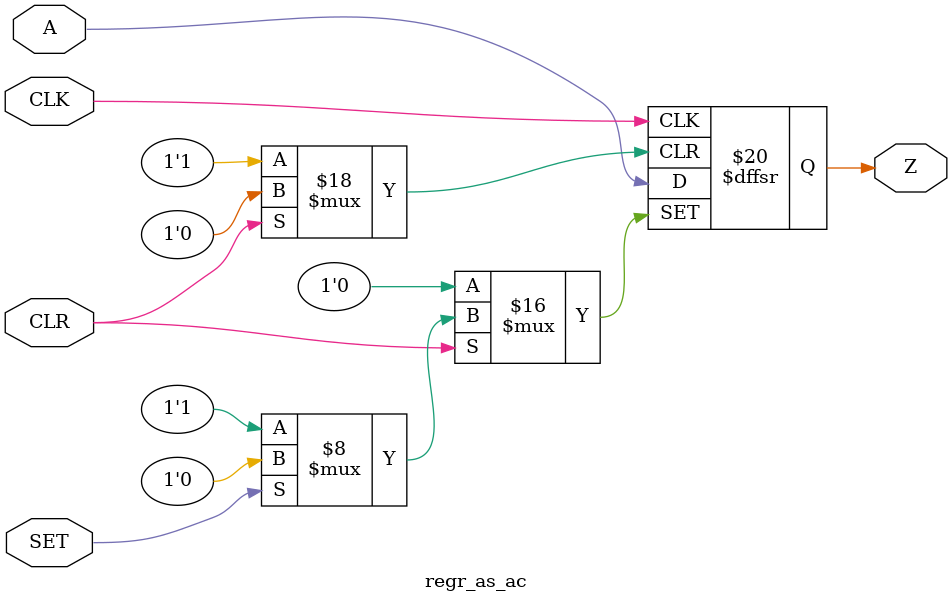
<source format=v>
module regr_as_ac(
	input  A,   
	input CLR,   
	input SET,   
	input CLK,   
	output reg Z
);
   always @(posedge CLK or negedge CLR or negedge SET) begin
      if (!CLR) Z <= 1'B0;
      else if (!SET) Z <= 1'B1;
      else Z <= (A);
   end
endmodule
</source>
